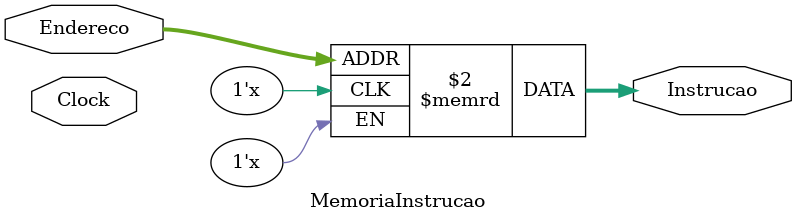
<source format=v>
module MemoriaInstrucao (Endereco, Instrucao, Clock);

  input [7:0] Endereco;
  input Clock;
  output reg [7:0] Instrucao;

  reg [7:0] Instrucoes [0:255];

  always @(*) begin
    //$display("entrei: %b %b", Endereco, Instrucoes[Endereco]);
    Instrucao = Instrucoes[Endereco];
  end

endmodule

</source>
